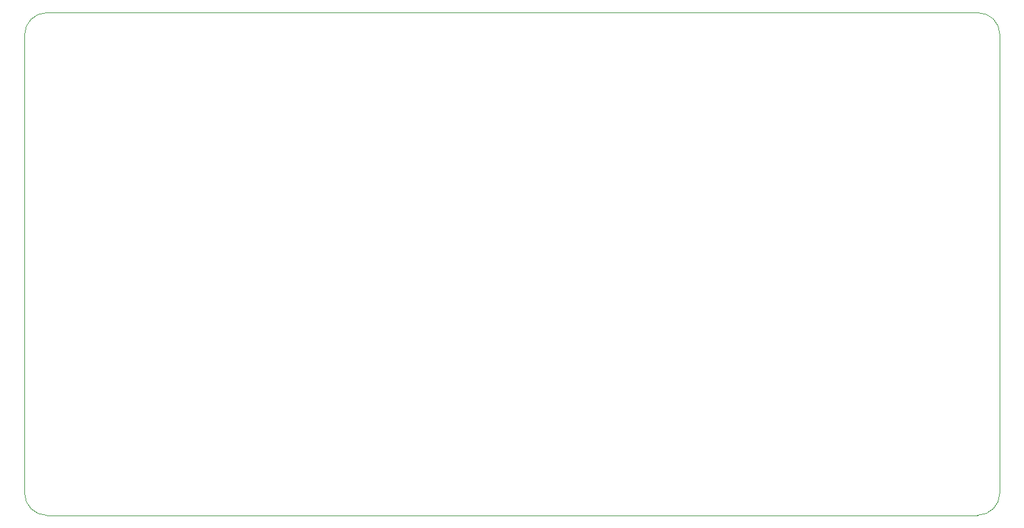
<source format=gbr>
%TF.GenerationSoftware,KiCad,Pcbnew,8.0.1*%
%TF.CreationDate,2024-07-07T17:16:33-04:00*%
%TF.ProjectId,8k8,386b382e-6b69-4636-9164-5f7063625858,rev?*%
%TF.SameCoordinates,Original*%
%TF.FileFunction,Profile,NP*%
%FSLAX46Y46*%
G04 Gerber Fmt 4.6, Leading zero omitted, Abs format (unit mm)*
G04 Created by KiCad (PCBNEW 8.0.1) date 2024-07-07 17:16:33*
%MOMM*%
%LPD*%
G01*
G04 APERTURE LIST*
%TA.AperFunction,Profile*%
%ADD10C,0.050000*%
%TD*%
G04 APERTURE END LIST*
D10*
X40650000Y-35300000D02*
G75*
G02*
X43650000Y-32300000I3000000J0D01*
G01*
X169950000Y-32300000D02*
G75*
G02*
X172885000Y-35234980I0J-2935000D01*
G01*
X172885000Y-97550000D02*
G75*
G02*
X169885000Y-100550000I-3000000J0D01*
G01*
X43650000Y-32300000D02*
X169950000Y-32300000D01*
X43650000Y-100550000D02*
G75*
G02*
X40650000Y-97550000I0J3000000D01*
G01*
X172885000Y-35234980D02*
X172885000Y-97550000D01*
X169885000Y-100550000D02*
X43650000Y-100550000D01*
X40650000Y-97550000D02*
X40650000Y-35300000D01*
M02*

</source>
